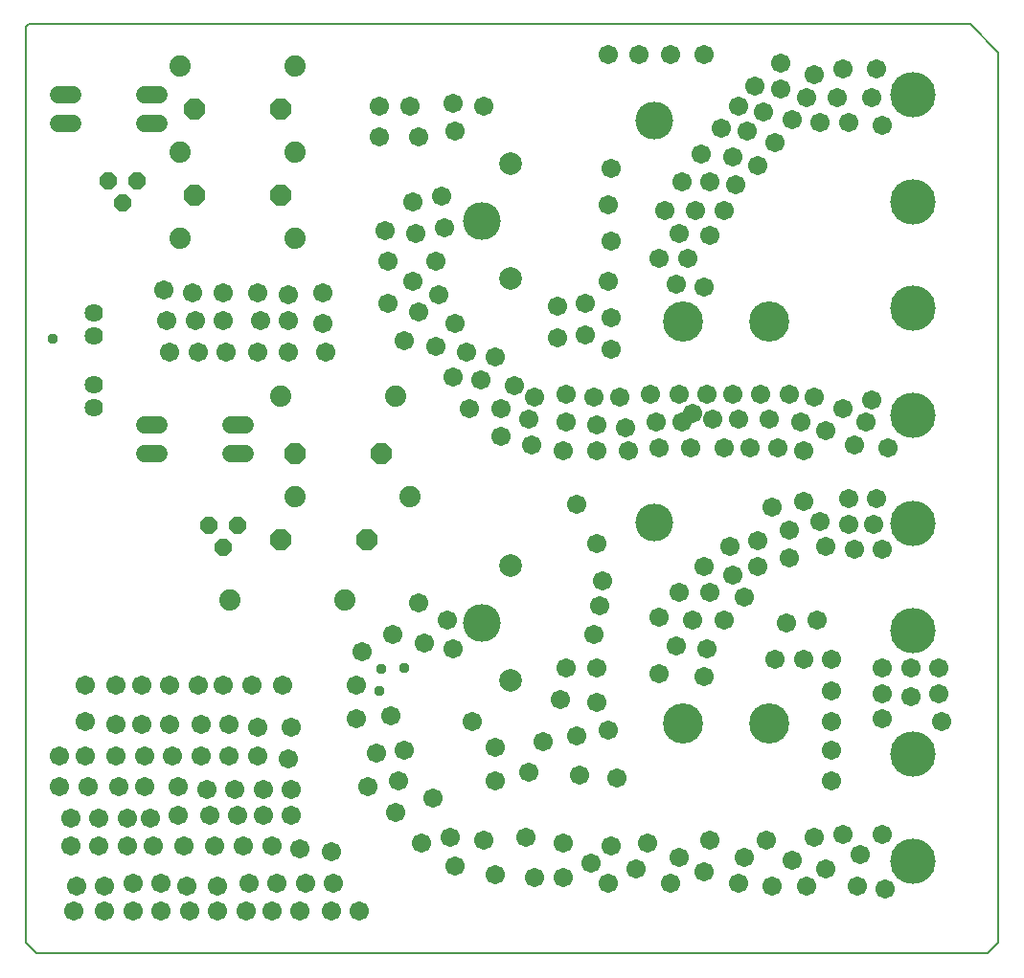
<source format=gbs>
G75*
%MOIN*%
%OFA0B0*%
%FSLAX25Y25*%
%IPPOS*%
%LPD*%
%AMOC8*
5,1,8,0,0,1.08239X$1,22.5*
%
%ADD10C,0.00787*%
%ADD11C,0.07400*%
%ADD12C,0.07887*%
%ADD13C,0.13989*%
%ADD14C,0.13162*%
%ADD15C,0.06000*%
%ADD16OC8,0.07400*%
%ADD17C,0.06400*%
%ADD18OC8,0.06000*%
%ADD19C,0.15800*%
%ADD20C,0.03778*%
%ADD21C,0.06706*%
D10*
X0043063Y0041803D02*
X0047000Y0037866D01*
X0377709Y0037866D01*
X0381646Y0041803D01*
X0381646Y0351843D01*
X0371803Y0361685D01*
X0044047Y0361685D01*
X0043063Y0360701D01*
X0043063Y0041803D01*
D11*
X0114126Y0161016D03*
X0154126Y0161016D03*
X0137000Y0197000D03*
X0177000Y0197000D03*
X0172000Y0232000D03*
X0132000Y0232000D03*
X0137000Y0287000D03*
X0137000Y0317000D03*
X0137000Y0347000D03*
X0097000Y0347000D03*
X0097000Y0317000D03*
X0097000Y0287000D03*
D12*
X0212000Y0273181D03*
X0212000Y0313181D03*
X0212000Y0173181D03*
X0212000Y0133181D03*
D13*
X0272000Y0118181D03*
X0302000Y0118181D03*
X0302000Y0258181D03*
X0272000Y0258181D03*
D14*
X0202000Y0293181D03*
X0262000Y0328181D03*
X0262000Y0188181D03*
X0202000Y0153181D03*
D15*
X0119600Y0212000D02*
X0114400Y0212000D01*
X0114400Y0222000D02*
X0119600Y0222000D01*
X0089600Y0222000D02*
X0084400Y0222000D01*
X0084400Y0212000D02*
X0089600Y0212000D01*
X0089600Y0327000D02*
X0084400Y0327000D01*
X0084400Y0337000D02*
X0089600Y0337000D01*
X0059600Y0337000D02*
X0054400Y0337000D01*
X0054400Y0327000D02*
X0059600Y0327000D01*
D16*
X0102000Y0332000D03*
X0132000Y0332000D03*
X0132000Y0302000D03*
X0102000Y0302000D03*
X0137000Y0212000D03*
X0167000Y0212000D03*
X0162000Y0182000D03*
X0132000Y0182000D03*
D17*
X0067000Y0228063D03*
X0067000Y0235937D03*
X0067000Y0253063D03*
X0067000Y0260937D03*
D18*
X0077000Y0299500D03*
X0072000Y0307000D03*
X0082000Y0307000D03*
X0107000Y0187000D03*
X0112000Y0179500D03*
X0117000Y0187000D03*
D19*
X0352000Y0187787D03*
X0352000Y0225189D03*
X0352000Y0262591D03*
X0352000Y0299598D03*
X0352000Y0337000D03*
X0352000Y0150386D03*
X0352000Y0107472D03*
X0352000Y0070071D03*
D20*
X0174953Y0137276D03*
X0167000Y0137000D03*
X0166094Y0129402D03*
X0052489Y0252000D03*
D21*
X0091291Y0269165D03*
X0101134Y0268181D03*
X0102118Y0258339D03*
X0092276Y0258339D03*
X0093260Y0247512D03*
X0103102Y0247512D03*
X0112945Y0247512D03*
X0123772Y0247512D03*
X0134598Y0247512D03*
X0134598Y0258339D03*
X0134598Y0267197D03*
X0123772Y0268181D03*
X0111961Y0268181D03*
X0111961Y0258339D03*
X0124756Y0258339D03*
X0146409Y0257354D03*
X0147394Y0247512D03*
X0169047Y0264244D03*
X0177906Y0272118D03*
X0186764Y0267197D03*
X0179874Y0261291D03*
X0174953Y0251449D03*
X0185780Y0249480D03*
X0192669Y0257354D03*
X0196606Y0247512D03*
X0206449Y0245543D03*
X0201528Y0237669D03*
X0191685Y0238654D03*
X0197591Y0227827D03*
X0208417Y0227827D03*
X0213339Y0235701D03*
X0220228Y0231764D03*
X0218260Y0223890D03*
X0208417Y0217984D03*
X0219244Y0215031D03*
X0230071Y0213063D03*
X0231055Y0222906D03*
X0241882Y0221921D03*
X0241882Y0213063D03*
X0252709Y0213063D03*
X0251724Y0220937D03*
X0262551Y0222906D03*
X0271409Y0222906D03*
X0275346Y0225858D03*
X0282236Y0223890D03*
X0291094Y0223890D03*
X0289126Y0232748D03*
X0280268Y0232748D03*
X0270425Y0232748D03*
X0260583Y0232748D03*
X0249756Y0231764D03*
X0240898Y0231764D03*
X0231055Y0232748D03*
X0246803Y0248496D03*
X0237945Y0253417D03*
X0246803Y0259323D03*
X0237945Y0264244D03*
X0228102Y0263260D03*
X0228102Y0252433D03*
X0245819Y0272118D03*
X0246803Y0285898D03*
X0245819Y0298693D03*
X0246803Y0311488D03*
X0265504Y0296724D03*
X0270425Y0288850D03*
X0273378Y0279992D03*
X0263535Y0279992D03*
X0269441Y0271134D03*
X0279283Y0270150D03*
X0281252Y0287866D03*
X0286173Y0296724D03*
X0290110Y0305583D03*
X0281252Y0306567D03*
X0271409Y0306567D03*
X0276331Y0296724D03*
X0297984Y0312472D03*
X0289126Y0315425D03*
X0294047Y0324283D03*
X0285189Y0325268D03*
X0291094Y0333142D03*
X0299953Y0331173D03*
X0297000Y0340031D03*
X0305858Y0339047D03*
X0314717Y0336094D03*
X0317669Y0343969D03*
X0327512Y0345937D03*
X0325543Y0336094D03*
X0329480Y0327236D03*
X0319638Y0327236D03*
X0309795Y0328220D03*
X0303890Y0320346D03*
X0278299Y0316409D03*
X0279283Y0350858D03*
X0267472Y0350858D03*
X0256646Y0350858D03*
X0245819Y0350858D03*
X0202512Y0333142D03*
X0191685Y0334126D03*
X0192669Y0324283D03*
X0179874Y0322315D03*
X0176921Y0333142D03*
X0166094Y0333142D03*
X0166094Y0322315D03*
X0177906Y0299677D03*
X0187748Y0301646D03*
X0188732Y0290819D03*
X0178890Y0288850D03*
X0168063Y0289835D03*
X0169047Y0279008D03*
X0185780Y0279008D03*
X0146409Y0268181D03*
X0234992Y0194362D03*
X0241882Y0180583D03*
X0243850Y0167787D03*
X0242866Y0158929D03*
X0240898Y0149087D03*
X0241882Y0137276D03*
X0231055Y0137276D03*
X0229087Y0126449D03*
X0241882Y0125465D03*
X0245819Y0115622D03*
X0234992Y0113654D03*
X0223181Y0111685D03*
X0218260Y0100858D03*
X0206449Y0097906D03*
X0206449Y0109717D03*
X0198575Y0118575D03*
X0174953Y0108732D03*
X0165110Y0107748D03*
X0158220Y0119559D03*
X0158220Y0131370D03*
X0160189Y0143181D03*
X0171016Y0149087D03*
X0181843Y0146134D03*
X0191685Y0144165D03*
X0189717Y0154008D03*
X0179874Y0159913D03*
X0170031Y0120543D03*
X0172984Y0097906D03*
X0162157Y0095937D03*
X0172000Y0087079D03*
X0180858Y0076252D03*
X0190701Y0078220D03*
X0192669Y0068378D03*
X0202512Y0077236D03*
X0206449Y0065425D03*
X0220228Y0064441D03*
X0230071Y0064441D03*
X0239913Y0069362D03*
X0246803Y0075268D03*
X0255661Y0067394D03*
X0245819Y0062472D03*
X0259598Y0076252D03*
X0270425Y0071331D03*
X0267472Y0062472D03*
X0279283Y0066409D03*
X0281252Y0077236D03*
X0293063Y0071331D03*
X0291094Y0062472D03*
X0302906Y0061488D03*
X0309795Y0070346D03*
X0314717Y0061488D03*
X0321606Y0067394D03*
X0332433Y0061488D03*
X0342276Y0060504D03*
X0333417Y0072315D03*
X0327512Y0079205D03*
X0317669Y0078220D03*
X0300937Y0077236D03*
X0323575Y0097906D03*
X0323575Y0108732D03*
X0323575Y0118575D03*
X0323575Y0129402D03*
X0323575Y0140228D03*
X0313732Y0140228D03*
X0303890Y0140228D03*
X0307827Y0153024D03*
X0318654Y0154008D03*
X0293063Y0161882D03*
X0289126Y0169756D03*
X0281252Y0163850D03*
X0279283Y0172709D03*
X0288142Y0179598D03*
X0297984Y0181567D03*
X0297984Y0172709D03*
X0308811Y0175661D03*
X0308811Y0185504D03*
X0302906Y0193378D03*
X0313732Y0195346D03*
X0319638Y0188457D03*
X0321606Y0179598D03*
X0331449Y0178614D03*
X0329480Y0187472D03*
X0338339Y0187472D03*
X0341291Y0178614D03*
X0339323Y0196331D03*
X0329480Y0196331D03*
X0331449Y0215031D03*
X0335386Y0222906D03*
X0337354Y0230780D03*
X0327512Y0227827D03*
X0321606Y0219953D03*
X0312748Y0222906D03*
X0313732Y0213063D03*
X0304874Y0214047D03*
X0295031Y0214047D03*
X0286173Y0214047D03*
X0274362Y0214047D03*
X0263535Y0214047D03*
X0298969Y0232748D03*
X0301921Y0223890D03*
X0308811Y0232748D03*
X0317669Y0231764D03*
X0343260Y0214047D03*
X0286173Y0154008D03*
X0280268Y0144165D03*
X0269441Y0145150D03*
X0275346Y0154008D03*
X0263535Y0154992D03*
X0270425Y0163850D03*
X0263535Y0135307D03*
X0279283Y0134323D03*
X0248772Y0098890D03*
X0235976Y0099874D03*
X0230071Y0076252D03*
X0217276Y0078220D03*
X0184795Y0092000D03*
X0149362Y0073299D03*
X0138535Y0074283D03*
X0128693Y0075268D03*
X0118850Y0075268D03*
X0109008Y0075268D03*
X0098181Y0075268D03*
X0087354Y0075268D03*
X0078496Y0075268D03*
X0068654Y0075268D03*
X0058811Y0075268D03*
X0058811Y0085110D03*
X0068654Y0085110D03*
X0078496Y0085110D03*
X0086370Y0085110D03*
X0096213Y0086094D03*
X0106055Y0094953D03*
X0107039Y0086094D03*
X0116882Y0086094D03*
X0125740Y0086094D03*
X0125740Y0094953D03*
X0115898Y0094953D03*
X0113929Y0106764D03*
X0104087Y0106764D03*
X0094244Y0106764D03*
X0084402Y0106764D03*
X0074559Y0106764D03*
X0063732Y0106764D03*
X0054874Y0106764D03*
X0054874Y0095937D03*
X0064717Y0095937D03*
X0075543Y0095937D03*
X0084402Y0095937D03*
X0096213Y0095937D03*
X0093260Y0117591D03*
X0083417Y0117591D03*
X0074559Y0117591D03*
X0063732Y0118575D03*
X0063732Y0131370D03*
X0074559Y0131370D03*
X0083417Y0131370D03*
X0093260Y0131370D03*
X0103102Y0131370D03*
X0111961Y0131370D03*
X0121803Y0131370D03*
X0132630Y0131370D03*
X0135583Y0116606D03*
X0134598Y0105780D03*
X0123772Y0106764D03*
X0123772Y0116606D03*
X0113929Y0117591D03*
X0104087Y0117591D03*
X0135583Y0094953D03*
X0135583Y0086094D03*
X0140504Y0062472D03*
X0150346Y0062472D03*
X0149362Y0052630D03*
X0159205Y0052630D03*
X0138535Y0052630D03*
X0128693Y0052630D03*
X0119835Y0052630D03*
X0109992Y0052630D03*
X0109992Y0061488D03*
X0099165Y0061488D03*
X0090307Y0062472D03*
X0090307Y0052630D03*
X0080465Y0052630D03*
X0080465Y0062472D03*
X0070622Y0061488D03*
X0070622Y0052630D03*
X0059795Y0052630D03*
X0060780Y0061488D03*
X0100150Y0052630D03*
X0120819Y0062472D03*
X0130661Y0062472D03*
X0341291Y0079205D03*
X0341291Y0119559D03*
X0351134Y0127433D03*
X0360976Y0128417D03*
X0360976Y0137276D03*
X0351134Y0137276D03*
X0341291Y0137276D03*
X0341291Y0128417D03*
X0361961Y0118575D03*
X0341291Y0326252D03*
X0337354Y0336094D03*
X0339323Y0345937D03*
X0305858Y0347906D03*
M02*

</source>
